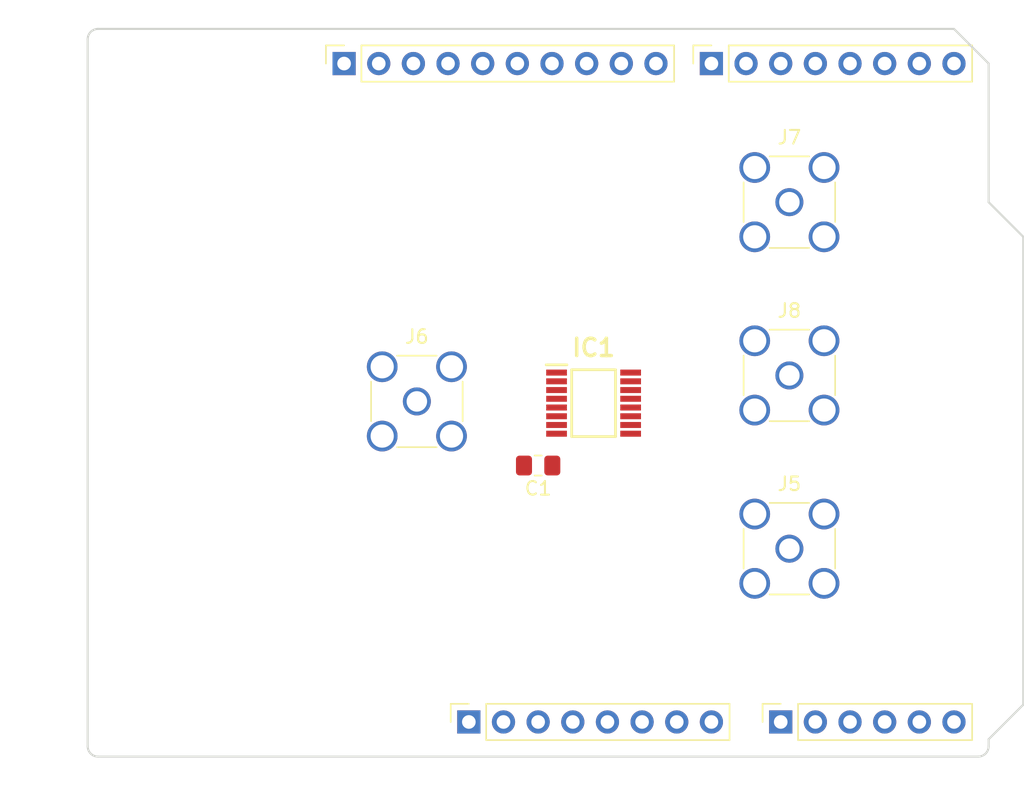
<source format=kicad_pcb>
(kicad_pcb (version 20211014) (generator pcbnew)
  (title_block (date "mar. 31 mars 2015"))
  (layers (0 "F.Cu" signal) (31 "B.Cu" signal) (34 "B.Paste" user) (35 "F.Paste" user) (36 "B.SilkS" user "B.Silkscreen") (37 "F.SilkS" user "F.Silkscreen") (38 "B.Mask" user) (39 "F.Mask" user) (44 "Edge.Cuts" user))
  (net 0 "")
  (net 1 "GND")
  (net 3 "+5V")
  (net 4 "/IOREF")
  (net 5 "/A0")
  (net 6 "/A1")
  (net 7 "/A2")
  (net 8 "/A3")
  (net 9 "/SDA{slash}A4")
  (net 10 "/SCL{slash}A5")
  (net 11 "/13")
  (net 12 "/12")
  (net 13 "/AREF")
  (net 14 "/8")
  (net 15 "/7")
  (net 16 "/*11")
  (net 17 "/*10")
  (net 18 "/*9")
  (net 19 "/4")
  (net 20 "/2")
  (net 21 "/*6")
  (net 22 "/*5")
  (net 23 "/TX{slash}1")
  (net 24 "/*3")
  (net 25 "/RX{slash}0")
  (net 26 "+3V3")
  (net 27 "VCC")
  (net 28 "/~{RESET}")
  (net 29 "Net-(IC1-Pad1)")
  (net 30 "Net-(IC1-Pad6)")
  (net 31 "Net-(IC1-Pad12)")
  (net 32 "Net-(IC1-Pad14)")
  (footprint "Connector_PinSocket_2.54mm:PinSocket_1x08_P2.54mm_Vertical" (layer "F.Cu") (at 127.94 97.46 90)
    (fp_text reference "J1" hide)
    (fp_text value "Power")
    (fp_line (start -1.33 19.11) (end 1.33 19.11) (layer "F.SilkS") (width 0.12))
    (fp_line (start 1.33 1.27) (end 1.33 19.11) (layer "F.SilkS") (width 0.12))
    (fp_line (start -1.33 1.27) (end 1.33 1.27) (layer "F.SilkS") (width 0.12))
    (fp_line (start 0 -1.33) (end 1.33 -1.33) (layer "F.SilkS") (width 0.12))
    (fp_line (start 1.33 -1.33) (end 1.33 0) (layer "F.SilkS") (width 0.12))
    (fp_line (start -1.33 1.27) (end -1.33 19.11) (layer "F.SilkS") (width 0.12))
    (pad "1" thru_hole rect locked (at 0 0 90) (size 1.7 1.7) (drill 1) (layers *.Cu *.Mask))
    (pad "2" thru_hole oval locked (at 0 2.54 90) (size 1.7 1.7) (drill 1) (layers *.Cu *.Mask) (net 4 "/IOREF"))
    (pad "3" thru_hole oval locked (at 0 5.08 90) (size 1.7 1.7) (drill 1) (layers *.Cu *.Mask) (net 28 "/~{RESET}"))
    (pad "4" thru_hole oval locked (at 0 7.62 90) (size 1.7 1.7) (drill 1) (layers *.Cu *.Mask) (net 26 "+3V3"))
    (pad "5" thru_hole oval locked (at 0 10.16 90) (size 1.7 1.7) (drill 1) (layers *.Cu *.Mask) (net 3 "+5V"))
    (pad "6" thru_hole oval locked (at 0 12.7 90) (size 1.7 1.7) (drill 1) (layers *.Cu *.Mask) (net 1 "GND"))
    (pad "7" thru_hole oval locked (at 0 15.24 90) (size 1.7 1.7) (drill 1) (layers *.Cu *.Mask) (net 1 "GND"))
    (pad "8" thru_hole oval locked (at 0 17.78 90) (size 1.7 1.7) (drill 1) (layers *.Cu *.Mask) (net 27 "VCC"))
  )
  (footprint "Connector_PinSocket_2.54mm:PinSocket_1x06_P2.54mm_Vertical" (layer "F.Cu") (at 150.8 97.46 90)
    (fp_text reference "J3" hide)
    (fp_text value "Analog")
    (fp_line (start 1.33 1.27) (end 1.33 14.03) (layer "F.SilkS") (width 0.12))
    (fp_line (start 0 -1.33) (end 1.33 -1.33) (layer "F.SilkS") (width 0.12))
    (fp_line (start -1.33 1.27) (end 1.33 1.27) (layer "F.SilkS") (width 0.12))
    (fp_line (start -1.33 1.27) (end -1.33 14.03) (layer "F.SilkS") (width 0.12))
    (fp_line (start -1.33 14.03) (end 1.33 14.03) (layer "F.SilkS") (width 0.12))
    (fp_line (start 1.33 -1.33) (end 1.33 0) (layer "F.SilkS") (width 0.12))
    (pad "1" thru_hole rect locked (at 0 0 90) (size 1.7 1.7) (drill 1) (layers *.Cu *.Mask) (net 5 "/A0"))
    (pad "2" thru_hole oval locked (at 0 2.54 90) (size 1.7 1.7) (drill 1) (layers *.Cu *.Mask) (net 6 "/A1"))
    (pad "3" thru_hole oval locked (at 0 5.08 90) (size 1.7 1.7) (drill 1) (layers *.Cu *.Mask) (net 7 "/A2"))
    (pad "4" thru_hole oval locked (at 0 7.62 90) (size 1.7 1.7) (drill 1) (layers *.Cu *.Mask) (net 8 "/A3"))
    (pad "5" thru_hole oval locked (at 0 10.16 90) (size 1.7 1.7) (drill 1) (layers *.Cu *.Mask) (net 9 "/SDA{slash}A4"))
    (pad "6" thru_hole oval locked (at 0 12.7 90) (size 1.7 1.7) (drill 1) (layers *.Cu *.Mask) (net 10 "/SCL{slash}A5"))
  )
  (footprint "Connector_PinSocket_2.54mm:PinSocket_1x10_P2.54mm_Vertical" (layer "F.Cu") (at 118.796 49.2 90)
    (fp_text reference "J2" hide)
    (fp_text value "Digital/PWM")
    (fp_line (start -1.33 24.19) (end 1.33 24.19) (layer "F.SilkS") (width 0.12))
    (fp_line (start -1.33 1.27) (end -1.33 24.19) (layer "F.SilkS") (width 0.12))
    (fp_line (start 1.33 -1.33) (end 1.33 0) (layer "F.SilkS") (width 0.12))
    (fp_line (start 0 -1.33) (end 1.33 -1.33) (layer "F.SilkS") (width 0.12))
    (fp_line (start 1.33 1.27) (end 1.33 24.19) (layer "F.SilkS") (width 0.12))
    (fp_line (start -1.33 1.27) (end 1.33 1.27) (layer "F.SilkS") (width 0.12))
    (pad "1" thru_hole rect locked (at 0 0 90) (size 1.7 1.7) (drill 1) (layers *.Cu *.Mask) (net 10 "/SCL{slash}A5"))
    (pad "2" thru_hole oval locked (at 0 2.54 90) (size 1.7 1.7) (drill 1) (layers *.Cu *.Mask) (net 9 "/SDA{slash}A4"))
    (pad "3" thru_hole oval locked (at 0 5.08 90) (size 1.7 1.7) (drill 1) (layers *.Cu *.Mask) (net 13 "/AREF"))
    (pad "4" thru_hole oval locked (at 0 7.62 90) (size 1.7 1.7) (drill 1) (layers *.Cu *.Mask) (net 1 "GND"))
    (pad "5" thru_hole oval locked (at 0 10.16 90) (size 1.7 1.7) (drill 1) (layers *.Cu *.Mask) (net 11 "/13"))
    (pad "6" thru_hole oval locked (at 0 12.7 90) (size 1.7 1.7) (drill 1) (layers *.Cu *.Mask) (net 12 "/12"))
    (pad "7" thru_hole oval locked (at 0 15.24 90) (size 1.7 1.7) (drill 1) (layers *.Cu *.Mask) (net 16 "/*11"))
    (pad "8" thru_hole oval locked (at 0 17.78 90) (size 1.7 1.7) (drill 1) (layers *.Cu *.Mask) (net 17 "/*10"))
    (pad "9" thru_hole oval locked (at 0 20.32 90) (size 1.7 1.7) (drill 1) (layers *.Cu *.Mask) (net 18 "/*9"))
    (pad "10" thru_hole oval locked (at 0 22.86 90) (size 1.7 1.7) (drill 1) (layers *.Cu *.Mask) (net 14 "/8"))
  )
  (footprint "Connector_PinSocket_2.54mm:PinSocket_1x08_P2.54mm_Vertical" (layer "F.Cu") (at 145.72 49.2 90)
    (fp_text reference "J4" hide)
    (fp_text value "Digital/PWM")
    (fp_line (start -1.33 19.11) (end 1.33 19.11) (layer "F.SilkS") (width 0.12))
    (fp_line (start -1.33 1.27) (end -1.33 19.11) (layer "F.SilkS") (width 0.12))
    (fp_line (start 0 -1.33) (end 1.33 -1.33) (layer "F.SilkS") (width 0.12))
    (fp_line (start -1.33 1.27) (end 1.33 1.27) (layer "F.SilkS") (width 0.12))
    (fp_line (start 1.33 -1.33) (end 1.33 0) (layer "F.SilkS") (width 0.12))
    (fp_line (start 1.33 1.27) (end 1.33 19.11) (layer "F.SilkS") (width 0.12))
    (pad "1" thru_hole rect locked (at 0 0 90) (size 1.7 1.7) (drill 1) (layers *.Cu *.Mask) (net 15 "/7"))
    (pad "2" thru_hole oval locked (at 0 2.54 90) (size 1.7 1.7) (drill 1) (layers *.Cu *.Mask) (net 21 "/*6"))
    (pad "3" thru_hole oval locked (at 0 5.08 90) (size 1.7 1.7) (drill 1) (layers *.Cu *.Mask) (net 22 "/*5"))
    (pad "4" thru_hole oval locked (at 0 7.62 90) (size 1.7 1.7) (drill 1) (layers *.Cu *.Mask) (net 19 "/4"))
    (pad "5" thru_hole oval locked (at 0 10.16 90) (size 1.7 1.7) (drill 1) (layers *.Cu *.Mask) (net 24 "/*3"))
    (pad "6" thru_hole oval locked (at 0 12.7 90) (size 1.7 1.7) (drill 1) (layers *.Cu *.Mask) (net 20 "/2"))
    (pad "7" thru_hole oval locked (at 0 15.24 90) (size 1.7 1.7) (drill 1) (layers *.Cu *.Mask) (net 23 "/TX{slash}1"))
    (pad "8" thru_hole oval locked (at 0 17.78 90) (size 1.7 1.7) (drill 1) (layers *.Cu *.Mask) (net 25 "/RX{slash}0"))
  )
  (footprint "Capacitor_SMD:C_0805_2012Metric_Pad1.18x1.45mm_HandSolder" (layer "F.Cu") (at 133.02 78.664 180)
    (fp_text reference "C1" (at 0 -1.68) (layer "F.SilkS"))
    (fp_text value "10n" hide)
    (fp_line (start -0.261252 -0.735) (end 0.261252 -0.735) (layer "F.SilkS") (width 0.12))
    (fp_line (start -0.261252 0.735) (end 0.261252 0.735) (layer "F.SilkS") (width 0.12))
    (pad "1" smd roundrect (at -1.0375 0 180) (size 1.175 1.45) (layers "F.Cu" "F.Paste" "F.Mask") (roundrect_rratio 0.212766) (net 3 "+5V"))
    (pad "2" smd roundrect (at 1.0375 0 180) (size 1.175 1.45) (layers "F.Cu" "F.Paste" "F.Mask") (roundrect_rratio 0.212766) (net 1 "GND"))
  )
  (footprint "Connector_Coaxial:SMA_Amphenol_901-144_Vertical" (layer "F.Cu") (at 151.435 59.36)
    (fp_text reference "J7" (at 0 -4.75) (layer "F.SilkS"))
    (fp_text value "Conn_Coaxial" hide)
    (fp_line (start -1.45 3.355) (end 1.45 3.355) (layer "F.SilkS") (width 0.12))
    (fp_line (start -1.45 -3.355) (end 1.45 -3.355) (layer "F.SilkS") (width 0.12))
    (fp_line (start -3.355 -1.45) (end -3.355 1.45) (layer "F.SilkS") (width 0.12))
    (fp_line (start 3.355 -1.45) (end 3.355 1.45) (layer "F.SilkS") (width 0.12))
    (pad "1" thru_hole circle (at 0 0) (size 2.05 2.05) (drill 1.5) (layers *.Cu *.Mask) (net 32 "Net-(IC1-Pad14)"))
    (pad "2" thru_hole circle (at -2.54 2.54) (size 2.25 2.25) (drill 1.7) (layers *.Cu *.Mask) (net 1 "GND"))
    (pad "2" thru_hole circle (at 2.54 2.54) (size 2.25 2.25) (drill 1.7) (layers *.Cu *.Mask) (net 1 "GND"))
    (pad "2" thru_hole circle (at -2.54 -2.54) (size 2.25 2.25) (drill 1.7) (layers *.Cu *.Mask) (net 1 "GND"))
    (pad "2" thru_hole circle (at 2.54 -2.54) (size 2.25 2.25) (drill 1.7) (layers *.Cu *.Mask) (net 1 "GND"))
  )
  (footprint "SamacSys_Parts:SOP64P600X175-16N" (layer "F.Cu") (at 137.084 74.092)
    (fp_text reference "IC1" (at 0 -4.064) (layer "F.SilkS") (effects (font (size 1.27 1.27) (thickness 0.254))))
    (fp_text value "HMC245AQS16E" hide)
    (fp_line (start 1.605 -2.45) (end 1.605 2.45) (layer "F.SilkS") (width 0.2))
    (fp_line (start 1.605 2.45) (end -1.605 2.45) (layer "F.SilkS") (width 0.2))
    (fp_line (start -1.605 -2.45) (end 1.605 -2.45) (layer "F.SilkS") (width 0.2))
    (fp_line (start -3.475 -2.81) (end -1.955 -2.81) (layer "F.SilkS") (width 0.2))
    (fp_line (start -1.605 2.45) (end -1.605 -2.45) (layer "F.SilkS") (width 0.2))
    (pad "1" smd rect locked (at -2.715 -2.24 90) (size 0.44 1.52) (layers "F.Cu" "F.Paste" "F.Mask") (net 29 "Net-(IC1-Pad1)"))
    (pad "2" smd rect locked (at -2.715 -1.6 90) (size 0.44 1.52) (layers "F.Cu" "F.Paste" "F.Mask") (net 1 "GND"))
    (pad "3" smd rect locked (at -2.715 -0.96 90) (size 0.44 1.52) (layers "F.Cu" "F.Paste" "F.Mask") (net 1 "GND"))
    (pad "4" smd rect locked (at -2.715 -0.32 90) (size 0.44 1.52) (layers "F.Cu" "F.Paste" "F.Mask") (net 1 "GND"))
    (pad "5" smd rect locked (at -2.715 0.32 90) (size 0.44 1.52) (layers "F.Cu" "F.Paste" "F.Mask") (net 1 "GND"))
    (pad "6" smd rect locked (at -2.715 0.96 90) (size 0.44 1.52) (layers "F.Cu" "F.Paste" "F.Mask") (net 30 "Net-(IC1-Pad6)"))
    (pad "7" smd rect locked (at -2.715 1.6 90) (size 0.44 1.52) (layers "F.Cu" "F.Paste" "F.Mask") (net 1 "GND"))
    (pad "8" smd rect locked (at -2.715 2.24 90) (size 0.44 1.52) (layers "F.Cu" "F.Paste" "F.Mask") (net 3 "+5V"))
    (pad "9" smd rect locked (at 2.715 2.24 90) (size 0.44 1.52) (layers "F.Cu" "F.Paste" "F.Mask") (net 11 "/13"))
    (pad "10" smd rect locked (at 2.715 1.6 90) (size 0.44 1.52) (layers "F.Cu" "F.Paste" "F.Mask") (net 12 "/12"))
    (pad "11" smd rect locked (at 2.715 0.96 90) (size 0.44 1.52) (layers "F.Cu" "F.Paste" "F.Mask") (net 1 "GND"))
    (pad "12" smd rect locked (at 2.715 0.32 90) (size 0.44 1.52) (layers "F.Cu" "F.Paste" "F.Mask") (net 31 "Net-(IC1-Pad12)"))
    (pad "13" smd rect locked (at 2.715 -0.32 90) (size 0.44 1.52) (layers "F.Cu" "F.Paste" "F.Mask") (net 1 "GND"))
    (pad "14" smd rect locked (at 2.715 -0.96 90) (size 0.44 1.52) (layers "F.Cu" "F.Paste" "F.Mask") (net 32 "Net-(IC1-Pad14)"))
    (pad "15" smd rect locked (at 2.715 -1.6 90) (size 0.44 1.52) (layers "F.Cu" "F.Paste" "F.Mask") (net 1 "GND"))
    (pad "16" smd rect locked (at 2.715 -2.24 90) (size 0.44 1.52) (layers "F.Cu" "F.Paste" "F.Mask") (net 1 "GND"))
  )
  (footprint "Arduino_MountingHole:MountingHole_3.2mm" (layer "F.Cu") (at 115.24 49.2)
    (fp_text reference "MH1" hide)
    (fp_text value "MountingHole_3.2mm" hide)
    (pad "" np_thru_hole circle locked (at 0 0) (size 3.2 3.2) (drill 3.2) (layers *.Cu *.Mask))
  )
  (footprint "Connector_Coaxial:SMA_Amphenol_901-144_Vertical" (layer "F.Cu") (at 124.13 73.965)
    (fp_text reference "J6" (at 0 -4.75) (layer "F.SilkS"))
    (fp_text value "Conn_Coaxial" hide)
    (fp_line (start -3.355 -1.45) (end -3.355 1.45) (layer "F.SilkS") (width 0.12))
    (fp_line (start -1.45 -3.355) (end 1.45 -3.355) (layer "F.SilkS") (width 0.12))
    (fp_line (start 3.355 -1.45) (end 3.355 1.45) (layer "F.SilkS") (width 0.12))
    (fp_line (start -1.45 3.355) (end 1.45 3.355) (layer "F.SilkS") (width 0.12))
    (pad "1" thru_hole circle (at 0 0) (size 2.05 2.05) (drill 1.5) (layers *.Cu *.Mask) (net 29 "Net-(IC1-Pad1)"))
    (pad "2" thru_hole circle (at -2.54 -2.54) (size 2.25 2.25) (drill 1.7) (layers *.Cu *.Mask) (net 1 "GND"))
    (pad "2" thru_hole circle (at 2.54 -2.54) (size 2.25 2.25) (drill 1.7) (layers *.Cu *.Mask) (net 1 "GND"))
    (pad "2" thru_hole circle (at -2.54 2.54) (size 2.25 2.25) (drill 1.7) (layers *.Cu *.Mask) (net 1 "GND"))
    (pad "2" thru_hole circle (at 2.54 2.54) (size 2.25 2.25) (drill 1.7) (layers *.Cu *.Mask) (net 1 "GND"))
  )
  (footprint "Arduino_MountingHole:MountingHole_3.2mm" (layer "F.Cu") (at 113.97 97.46)
    (fp_text reference "MH2" hide)
    (fp_text value "MountingHole_3.2mm" hide)
    (pad "" np_thru_hole circle locked (at 0 0) (size 3.2 3.2) (drill 3.2) (layers *.Cu *.Mask))
  )
  (footprint "Arduino_MountingHole:MountingHole_3.2mm" (layer "F.Cu") (at 166.04 64.44)
    (fp_text reference "MH3" hide)
    (fp_text value "MountingHole_3.2mm" hide)
    (pad "" np_thru_hole circle locked (at 0 0) (size 3.2 3.2) (drill 3.2) (layers *.Cu *.Mask))
  )
  (footprint "Connector_Coaxial:SMA_Amphenol_901-144_Vertical" (layer "F.Cu") (at 151.435 84.76)
    (fp_text reference "J5" (at 0 -4.75) (layer "F.SilkS"))
    (fp_text value "Conn_Coaxial" hide)
    (fp_line (start -1.45 -3.355) (end 1.45 -3.355) (layer "F.SilkS") (width 0.12))
    (fp_line (start -1.45 3.355) (end 1.45 3.355) (layer "F.SilkS") (width 0.12))
    (fp_line (start -3.355 -1.45) (end -3.355 1.45) (layer "F.SilkS") (width 0.12))
    (fp_line (start 3.355 -1.45) (end 3.355 1.45) (layer "F.SilkS") (width 0.12))
    (pad "1" thru_hole circle (at 0 0) (size 2.05 2.05) (drill 1.5) (layers *.Cu *.Mask) (net 30 "Net-(IC1-Pad6)"))
    (pad "2" thru_hole circle (at 2.54 2.54) (size 2.25 2.25) (drill 1.7) (layers *.Cu *.Mask) (net 1 "GND"))
    (pad "2" thru_hole circle (at 2.54 -2.54) (size 2.25 2.25) (drill 1.7) (layers *.Cu *.Mask) (net 1 "GND"))
    (pad "2" thru_hole circle (at -2.54 2.54) (size 2.25 2.25) (drill 1.7) (layers *.Cu *.Mask) (net 1 "GND"))
    (pad "2" thru_hole circle (at -2.54 -2.54) (size 2.25 2.25) (drill 1.7) (layers *.Cu *.Mask) (net 1 "GND"))
  )
  (footprint "Arduino_MountingHole:MountingHole_3.2mm" (layer "F.Cu") (at 166.04 92.38)
    (fp_text reference "MH4" hide)
    (fp_text value "MountingHole_3.2mm" hide)
    (pad "" np_thru_hole circle locked (at 0 0) (size 3.2 3.2) (drill 3.2) (layers *.Cu *.Mask))
  )
  (footprint "Connector_Coaxial:SMA_Amphenol_901-144_Vertical" (layer "F.Cu") (at 151.435 72.06)
    (fp_text reference "J8" (at 0 -4.75) (layer "F.SilkS"))
    (fp_text value "Conn_Coaxial" hide)
    (fp_line (start -3.355 -1.45) (end -3.355 1.45) (layer "F.SilkS") (width 0.12))
    (fp_line (start 3.355 -1.45) (end 3.355 1.45) (layer "F.SilkS") (width 0.12))
    (fp_line (start -1.45 -3.355) (end 1.45 -3.355) (layer "F.SilkS") (width 0.12))
    (fp_line (start -1.45 3.355) (end 1.45 3.355) (layer "F.SilkS") (width 0.12))
    (pad "1" thru_hole circle (at 0 0) (size 2.05 2.05) (drill 1.5) (layers *.Cu *.Mask) (net 31 "Net-(IC1-Pad12)"))
    (pad "2" thru_hole circle (at 2.54 -2.54) (size 2.25 2.25) (drill 1.7) (layers *.Cu *.Mask) (net 1 "GND"))
    (pad "2" thru_hole circle (at -2.54 2.54) (size 2.25 2.25) (drill 1.7) (layers *.Cu *.Mask) (net 1 "GND"))
    (pad "2" thru_hole circle (at 2.54 2.54) (size 2.25 2.25) (drill 1.7) (layers *.Cu *.Mask) (net 1 "GND"))
    (pad "2" thru_hole circle (at -2.54 -2.54) (size 2.25 2.25) (drill 1.7) (layers *.Cu *.Mask) (net 1 "GND"))
  )
  (gr_line (start 166.04 59.36) (end 168.58 61.9) (layer "Edge.Cuts") (width 0.15))
  (gr_line (start 100 99.238) (end 100 47.422) (layer "Edge.Cuts") (width 0.15))
  (gr_line (start 168.58 61.9) (end 168.58 96.19) (layer "Edge.Cuts") (width 0.15))
  (gr_line (start 165.278 100) (end 100.762 100) (layer "Edge.Cuts") (width 0.15))
  (gr_line (start 100.762 46.66) (end 163.5 46.66) (layer "Edge.Cuts") (width 0.15))
  (gr_arc (start 100.762 100) (mid 100.223185 99.776815) (end 100 99.238) (layer "Edge.Cuts") (width 0.15))
  (gr_line (start 168.58 96.19) (end 166.04 98.73) (layer "Edge.Cuts") (width 0.15))
  (gr_line (start 163.5 46.66) (end 166.04 49.2) (layer "Edge.Cuts") (width 0.15))
  (gr_arc (start 166.04 99.238) (mid 165.816815 99.776815) (end 165.278 100) (layer "Edge.Cuts") (width 0.15))
  (gr_line (start 166.04 49.2) (end 166.04 59.36) (layer "Edge.Cuts") (width 0.15))
  (gr_line (start 166.04 98.73) (end 166.04 99.238) (layer "Edge.Cuts") (width 0.15))
  (gr_arc (start 100 47.422) (mid 100.223185 46.883185) (end 100.762 46.66) (layer "Edge.Cuts") (width 0.15))
)
</source>
